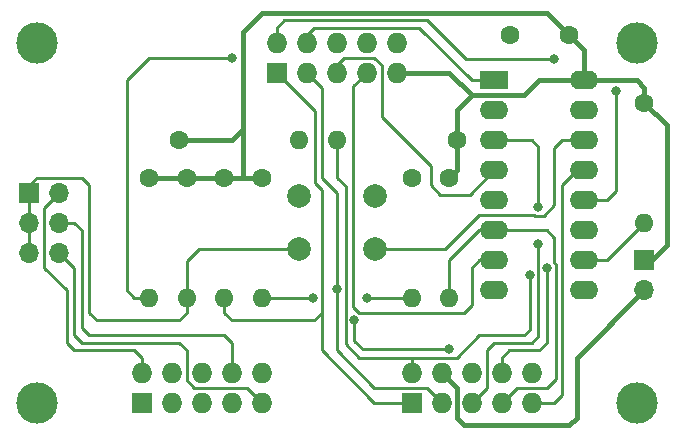
<source format=gtl>
G04 #@! TF.GenerationSoftware,KiCad,Pcbnew,(5.1.8)-1*
G04 #@! TF.CreationDate,2021-02-26T23:44:02+01:00*
G04 #@! TF.ProjectId,Sega Mega Drive,53656761-204d-4656-9761-204472697665,rev?*
G04 #@! TF.SameCoordinates,Original*
G04 #@! TF.FileFunction,Copper,L1,Top*
G04 #@! TF.FilePolarity,Positive*
%FSLAX46Y46*%
G04 Gerber Fmt 4.6, Leading zero omitted, Abs format (unit mm)*
G04 Created by KiCad (PCBNEW (5.1.8)-1) date 2021-02-26 23:44:02*
%MOMM*%
%LPD*%
G01*
G04 APERTURE LIST*
G04 #@! TA.AperFunction,ComponentPad*
%ADD10R,1.700000X1.700000*%
G04 #@! TD*
G04 #@! TA.AperFunction,ComponentPad*
%ADD11O,1.700000X1.700000*%
G04 #@! TD*
G04 #@! TA.AperFunction,ComponentPad*
%ADD12O,1.727200X1.727200*%
G04 #@! TD*
G04 #@! TA.AperFunction,ComponentPad*
%ADD13R,1.727200X1.727200*%
G04 #@! TD*
G04 #@! TA.AperFunction,ComponentPad*
%ADD14C,1.600000*%
G04 #@! TD*
G04 #@! TA.AperFunction,ComponentPad*
%ADD15C,2.000000*%
G04 #@! TD*
G04 #@! TA.AperFunction,ComponentPad*
%ADD16R,2.400000X1.600000*%
G04 #@! TD*
G04 #@! TA.AperFunction,ComponentPad*
%ADD17O,2.400000X1.600000*%
G04 #@! TD*
G04 #@! TA.AperFunction,ComponentPad*
%ADD18C,3.500000*%
G04 #@! TD*
G04 #@! TA.AperFunction,ComponentPad*
%ADD19O,1.600000X1.600000*%
G04 #@! TD*
G04 #@! TA.AperFunction,ViaPad*
%ADD20C,0.800000*%
G04 #@! TD*
G04 #@! TA.AperFunction,Conductor*
%ADD21C,0.381000*%
G04 #@! TD*
G04 #@! TA.AperFunction,Conductor*
%ADD22C,0.250000*%
G04 #@! TD*
G04 APERTURE END LIST*
D10*
X118110000Y-90170000D03*
D11*
X120650000Y-90170000D03*
X118110000Y-92710000D03*
X120650000Y-92710000D03*
X118110000Y-95250000D03*
X120650000Y-95250000D03*
D12*
X149225000Y-77470000D03*
X146685000Y-77470000D03*
X144145000Y-77470000D03*
X141605000Y-77470000D03*
X139065000Y-77470000D03*
X149225000Y-80010000D03*
X146685000Y-80010000D03*
X144145000Y-80010000D03*
X141605000Y-80010000D03*
D13*
X139065000Y-80010000D03*
D12*
X160655000Y-105410000D03*
X158115000Y-105410000D03*
X155575000Y-105410000D03*
X153035000Y-105410000D03*
X150495000Y-105410000D03*
X160655000Y-107950000D03*
X158115000Y-107950000D03*
X155575000Y-107950000D03*
X153035000Y-107950000D03*
D13*
X150495000Y-107950000D03*
D14*
X163830000Y-76835000D03*
X158830000Y-76835000D03*
D13*
X127635000Y-107950000D03*
D12*
X130175000Y-107950000D03*
X132715000Y-107950000D03*
X135255000Y-107950000D03*
X137795000Y-107950000D03*
X127635000Y-105410000D03*
X130175000Y-105410000D03*
X132715000Y-105410000D03*
X135255000Y-105410000D03*
X137795000Y-105410000D03*
D15*
X140895000Y-94960000D03*
X140895000Y-90460000D03*
X147395000Y-94960000D03*
X147395000Y-90460000D03*
D16*
X157480000Y-80645000D03*
D17*
X165100000Y-98425000D03*
X157480000Y-83185000D03*
X165100000Y-95885000D03*
X157480000Y-85725000D03*
X165100000Y-93345000D03*
X157480000Y-88265000D03*
X165100000Y-90805000D03*
X157480000Y-90805000D03*
X165100000Y-88265000D03*
X157480000Y-93345000D03*
X165100000Y-85725000D03*
X157480000Y-95885000D03*
X165100000Y-83185000D03*
X157480000Y-98425000D03*
X165100000Y-80645000D03*
D18*
X118745000Y-107950000D03*
X169545000Y-107950000D03*
X169545000Y-77470000D03*
X118745000Y-77455001D03*
D10*
X170180000Y-95885000D03*
D11*
X170180000Y-98425000D03*
D19*
X134620000Y-99060000D03*
D14*
X134620000Y-88900000D03*
X150495000Y-88900000D03*
D19*
X150495000Y-99060000D03*
X137795000Y-99060000D03*
D14*
X137795000Y-88900000D03*
X153670000Y-88900000D03*
D19*
X153670000Y-99060000D03*
X144145000Y-85725000D03*
D14*
X154305000Y-85725000D03*
X170180000Y-82550000D03*
D19*
X170180000Y-92710000D03*
X131445000Y-99060000D03*
D14*
X131445000Y-88900000D03*
X130810000Y-85725000D03*
D19*
X140970000Y-85725000D03*
D14*
X128270000Y-88900000D03*
D19*
X128270000Y-99060000D03*
D20*
X161924992Y-96520000D03*
X160474991Y-97155000D03*
X161199991Y-94524991D03*
X161199991Y-91350000D03*
X142150000Y-99060000D03*
X145595001Y-100965000D03*
X153670000Y-103415000D03*
X144145000Y-98298000D03*
X146685000Y-99060000D03*
X167767000Y-81534000D03*
X135255000Y-78740000D03*
X162560000Y-78830000D03*
D21*
X165100000Y-80645000D02*
X161290000Y-80645000D01*
X149225000Y-80010000D02*
X153670000Y-80010000D01*
X153670000Y-80010000D02*
X155575000Y-81915000D01*
X160020000Y-81915000D02*
X161290000Y-80645000D01*
X155575000Y-81915000D02*
X160020000Y-81915000D01*
X170180000Y-82550000D02*
X172085000Y-84455000D01*
X154305000Y-88265000D02*
X153670000Y-88900000D01*
X154305000Y-85725000D02*
X154305000Y-88265000D01*
X134620000Y-88900000D02*
X131445000Y-88900000D01*
X154305000Y-83185000D02*
X155575000Y-81915000D01*
X154305000Y-85725000D02*
X154305000Y-83185000D01*
X170180000Y-81280000D02*
X170180000Y-82550000D01*
X165100000Y-80645000D02*
X169545000Y-80645000D01*
X169545000Y-80645000D02*
X170180000Y-81280000D01*
X165100000Y-78105000D02*
X163830000Y-76835000D01*
X165100000Y-80645000D02*
X165100000Y-78105000D01*
X137795000Y-88900000D02*
X136207500Y-88900000D01*
X136207500Y-88900000D02*
X134620000Y-88900000D01*
X137795000Y-74930000D02*
X161925000Y-74930000D01*
X136207500Y-76517500D02*
X137795000Y-74930000D01*
X161925000Y-74930000D02*
X163830000Y-76835000D01*
X128270000Y-88900000D02*
X131445000Y-88900000D01*
X135255000Y-85725000D02*
X136207500Y-84772500D01*
X136207500Y-84772500D02*
X136207500Y-76517500D01*
X130810000Y-85725000D02*
X135255000Y-85725000D01*
X136207500Y-88900000D02*
X136207500Y-84772500D01*
X170180000Y-95885000D02*
X170815000Y-95885000D01*
X170815000Y-95885000D02*
X172085000Y-94615000D01*
X172085000Y-84455000D02*
X172085000Y-94615000D01*
D22*
X136525000Y-106680000D02*
X137795000Y-107950000D01*
X131445000Y-103505000D02*
X131445000Y-106045000D01*
X130810000Y-102870000D02*
X131445000Y-103505000D01*
X122553589Y-102870000D02*
X130810000Y-102870000D01*
X121920000Y-96520000D02*
X121920000Y-102236411D01*
X120650000Y-95250000D02*
X121920000Y-96520000D01*
X131445000Y-106045000D02*
X132080000Y-106680000D01*
X121920000Y-102236411D02*
X122553589Y-102870000D01*
X132080000Y-106680000D02*
X136525000Y-106680000D01*
X119380000Y-96520000D02*
X119380000Y-91440000D01*
X119380000Y-91440000D02*
X120650000Y-90170000D01*
X121285000Y-98425000D02*
X119380000Y-96520000D01*
X121285000Y-102870000D02*
X121285000Y-98425000D01*
X121920000Y-103505000D02*
X121285000Y-102870000D01*
X127000000Y-103505000D02*
X121920000Y-103505000D01*
X127635000Y-104140000D02*
X127000000Y-103505000D01*
X127635000Y-105410000D02*
X127635000Y-104140000D01*
X134620000Y-102235000D02*
X135255000Y-102870000D01*
X123190000Y-102235000D02*
X134620000Y-102235000D01*
X135255000Y-102870000D02*
X135255000Y-105410000D01*
X122555000Y-101600000D02*
X123190000Y-102235000D01*
X122555000Y-93345000D02*
X122555000Y-101600000D01*
X121920000Y-92710000D02*
X122555000Y-93345000D01*
X120650000Y-92710000D02*
X121920000Y-92710000D01*
X158115000Y-104140000D02*
X158115000Y-105410000D01*
X158750000Y-103505000D02*
X158115000Y-104140000D01*
X161290000Y-103505000D02*
X158750000Y-103505000D01*
X161924992Y-102870008D02*
X161290000Y-103505000D01*
X161924992Y-96520000D02*
X161924992Y-102870008D01*
X167005000Y-95885000D02*
X170180000Y-92710000D01*
X165100000Y-95885000D02*
X167005000Y-95885000D01*
X144870001Y-89625001D02*
X144870001Y-102960001D01*
X144145000Y-88900000D02*
X144870001Y-89625001D01*
X144145000Y-85725000D02*
X144145000Y-88900000D01*
X144870001Y-102960001D02*
X146050000Y-104140000D01*
X150495000Y-105410000D02*
X150495000Y-104140000D01*
X150495000Y-104140000D02*
X146050000Y-104140000D01*
X151130000Y-104140000D02*
X150495000Y-104140000D01*
X154305000Y-104140000D02*
X151130000Y-104140000D01*
X156210000Y-102235000D02*
X154305000Y-104140000D01*
X160020000Y-102235000D02*
X156210000Y-102235000D01*
X160474991Y-101780009D02*
X160020000Y-102235000D01*
X160474991Y-97155000D02*
X160474991Y-101780009D01*
X160655000Y-107950000D02*
X162560000Y-107950000D01*
X162560000Y-107950000D02*
X163195000Y-107315000D01*
X164465000Y-88265000D02*
X163195000Y-89535000D01*
X165100000Y-88265000D02*
X164465000Y-88265000D01*
X163195000Y-107315000D02*
X163195000Y-89535000D01*
X160942002Y-93344996D02*
X160941998Y-93345000D01*
X162560000Y-93980000D02*
X161924996Y-93344996D01*
X162560000Y-96082006D02*
X162560000Y-93980000D01*
X162649993Y-105955007D02*
X162649993Y-96171999D01*
X161924996Y-93344996D02*
X160942002Y-93344996D01*
X161925000Y-106680000D02*
X162649993Y-105955007D01*
X160941998Y-93345000D02*
X157480000Y-93345000D01*
X159385000Y-106680000D02*
X161925000Y-106680000D01*
X162649993Y-96171999D02*
X162560000Y-96082006D01*
X158115000Y-107950000D02*
X159385000Y-106680000D01*
X156210000Y-93345000D02*
X157480000Y-93345000D01*
X153670000Y-95885000D02*
X156210000Y-93345000D01*
X153670000Y-99060000D02*
X153670000Y-95885000D01*
X157480000Y-85725000D02*
X160655000Y-85725000D01*
X161199991Y-86269991D02*
X160655000Y-85725000D01*
X161199991Y-91350000D02*
X161199991Y-86269991D01*
X137795000Y-99060000D02*
X142150000Y-99060000D01*
X145595001Y-102689999D02*
X145595001Y-100965000D01*
X146320002Y-103415000D02*
X145595001Y-102689999D01*
X153670000Y-103415000D02*
X146320002Y-103415000D01*
X156845000Y-103505000D02*
X156845000Y-106680000D01*
X157479295Y-102870705D02*
X156845000Y-103505000D01*
X156845000Y-106680000D02*
X155575000Y-107950000D01*
X160654295Y-102870705D02*
X157479295Y-102870705D01*
X161199991Y-102325009D02*
X160654295Y-102870705D01*
X161199991Y-94524991D02*
X161199991Y-102325009D01*
X150495000Y-99060000D02*
X146685000Y-99060000D01*
X142875000Y-81280000D02*
X141605000Y-80010000D01*
X142875000Y-88900000D02*
X142875000Y-81280000D01*
X144145000Y-90170000D02*
X142875000Y-88900000D01*
X144145000Y-98298000D02*
X144145000Y-90170000D01*
X151765000Y-106680000D02*
X153035000Y-107950000D01*
X144145000Y-103505000D02*
X147320000Y-106680000D01*
X147320000Y-106680000D02*
X151765000Y-106680000D01*
X144145000Y-98298000D02*
X144145000Y-103505000D01*
X134620000Y-99060000D02*
X134620000Y-100330000D01*
X134620000Y-100330000D02*
X135255000Y-100965000D01*
X142240000Y-100965000D02*
X142875000Y-100330000D01*
X135255000Y-100965000D02*
X142240000Y-100965000D01*
X142303500Y-89344500D02*
X142303500Y-83248500D01*
X142303500Y-83248500D02*
X139065000Y-80010000D01*
X142875000Y-89916000D02*
X142303500Y-89344500D01*
X142875000Y-100330000D02*
X142875000Y-89916000D01*
X147320000Y-107950000D02*
X150495000Y-107950000D01*
X142875000Y-103505000D02*
X147320000Y-107950000D01*
X142875000Y-100330000D02*
X142875000Y-103505000D01*
X167767000Y-90043000D02*
X167767000Y-81534000D01*
X167005000Y-90805000D02*
X167767000Y-90043000D01*
X165100000Y-90805000D02*
X167005000Y-90805000D01*
X155575000Y-80645000D02*
X157480000Y-80645000D01*
X151130000Y-76200000D02*
X155575000Y-80645000D01*
X142240000Y-76200000D02*
X151130000Y-76200000D01*
X141605000Y-76835000D02*
X142240000Y-76200000D01*
X141605000Y-77470000D02*
X141605000Y-76835000D01*
X128270000Y-78740000D02*
X135255000Y-78740000D01*
X126365000Y-80645000D02*
X128270000Y-78740000D01*
X126365000Y-98425000D02*
X126365000Y-80645000D01*
X127000000Y-99060000D02*
X126365000Y-98425000D01*
X128270000Y-99060000D02*
X127000000Y-99060000D01*
X139065000Y-77470000D02*
X139065000Y-76200000D01*
X139065000Y-76200000D02*
X139700000Y-75565000D01*
X139700000Y-75565000D02*
X151765000Y-75565000D01*
X155030000Y-78830000D02*
X162560000Y-78830000D01*
X151765000Y-75565000D02*
X155030000Y-78830000D01*
X145542000Y-81153000D02*
X146685000Y-80010000D01*
X146050000Y-100330000D02*
X145542000Y-99822000D01*
X154940000Y-100330000D02*
X146050000Y-100330000D01*
X155575000Y-99695000D02*
X154940000Y-100330000D01*
X145542000Y-99822000D02*
X145542000Y-81153000D01*
X155575000Y-96520000D02*
X155575000Y-99695000D01*
X156210000Y-95885000D02*
X155575000Y-96520000D01*
X157480000Y-95885000D02*
X156210000Y-95885000D01*
X155384500Y-90360500D02*
X157480000Y-88265000D01*
X152908000Y-90360500D02*
X155384500Y-90360500D01*
X152082500Y-89535000D02*
X152908000Y-90360500D01*
X147955000Y-83756500D02*
X152082500Y-87884000D01*
X147955000Y-79375000D02*
X147955000Y-83756500D01*
X152082500Y-87884000D02*
X152082500Y-89535000D01*
X147320000Y-78740000D02*
X147955000Y-79375000D01*
X147320000Y-78740000D02*
X144780000Y-78740000D01*
X144145000Y-79375000D02*
X144145000Y-80010000D01*
X144780000Y-78740000D02*
X144145000Y-79375000D01*
X118110000Y-90170000D02*
X118110000Y-92710000D01*
X118110000Y-92710000D02*
X118110000Y-95250000D01*
X131445000Y-99060000D02*
X131445000Y-95940000D01*
X131445000Y-95940000D02*
X132425000Y-94960000D01*
X140895000Y-94960000D02*
X132425000Y-94960000D01*
X162560000Y-86360000D02*
X163195000Y-85725000D01*
X161638002Y-92165002D02*
X162560000Y-91243004D01*
X160941998Y-92165002D02*
X161638002Y-92165002D01*
X160851996Y-92075000D02*
X160941998Y-92165002D01*
X163195000Y-85725000D02*
X165100000Y-85725000D01*
X162560000Y-91243004D02*
X162560000Y-86360000D01*
X156210000Y-92075000D02*
X160851996Y-92075000D01*
X153325000Y-94960000D02*
X156210000Y-92075000D01*
X147395000Y-94960000D02*
X153325000Y-94960000D01*
X118110000Y-89535000D02*
X118110000Y-90170000D01*
X122555000Y-88900000D02*
X118745000Y-88900000D01*
X123190000Y-89535000D02*
X122555000Y-88900000D01*
X118745000Y-88900000D02*
X118110000Y-89535000D01*
X123190000Y-100330000D02*
X123190000Y-89535000D01*
X123825000Y-100965000D02*
X123190000Y-100330000D01*
X130810000Y-100965000D02*
X123825000Y-100965000D01*
X131445000Y-100330000D02*
X130810000Y-100965000D01*
X131445000Y-99060000D02*
X131445000Y-100330000D01*
D21*
X154305000Y-109220000D02*
X154305000Y-106680000D01*
X154940000Y-109855000D02*
X154305000Y-109220000D01*
X163830000Y-109855000D02*
X154940000Y-109855000D01*
X164465000Y-109220000D02*
X163830000Y-109855000D01*
X164465000Y-104140000D02*
X164465000Y-109220000D01*
X154305000Y-106680000D02*
X153035000Y-105410000D01*
X170180000Y-98425000D02*
X164465000Y-104140000D01*
M02*

</source>
